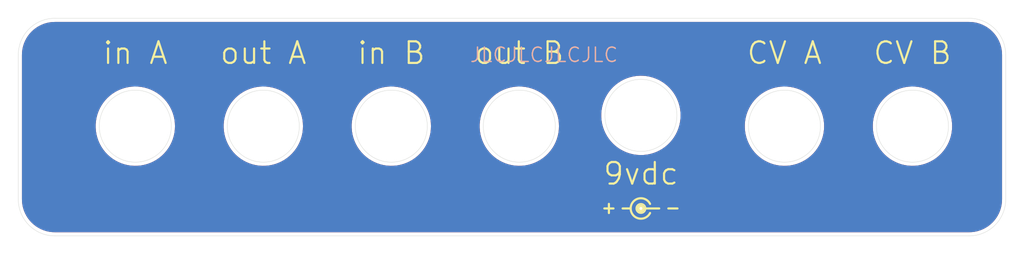
<source format=kicad_pcb>
(kicad_pcb (version 20211014) (generator pcbnew)
  (title_block (title "Stereo Whooshy Sound Jack Panel") (date "2022-07-11") (rev "0") (comment 1 "creativecommons.org/licenses/by/4.0/") (comment 2 "License: CC by 4.0") (comment 3 "Author: Jordan Aceto"))
  (layers (0 "F.Cu" signal "Top_layer") (31 "B.Cu" signal "Bottom_layer") (34 "B.Paste" user) (35 "F.Paste" user) (36 "B.SilkS" user "B.Silkscreen") (37 "F.SilkS" user "F.Silkscreen") (38 "B.Mask" user) (39 "F.Mask" user) (44 "Edge.Cuts" user))
  (net 0 "")
  (net 1 "GND")
  (footprint "TestPoint:TestPoint_Pad_D1.0mm" (layer "F.Cu") (at 159.131 107.95)
    (fp_text reference "TP1" hide)
    (fp_text value "TestPoint")
    (fp_circle (center 0 0) (end 0 0.7) (layer "F.SilkS") (width 0.12) (fill none))
    (pad "1" smd circle locked (at 0 0) (size 1 1) (layers "F.Cu" "F.Mask") (net 1 "GND"))
  )
  (gr_circle (center 159.131 107.95) (end 159.131 107.315) (layer "F.SilkS") (width 0.12) (fill none))
  (gr_line (start 154.686 107.315) (end 154.686 107.95) (layer "F.SilkS") (width 0.3))
  (gr_line (start 154.051 107.95) (end 154.686 107.95) (layer "F.SilkS") (width 0.3))
  (gr_circle (center 159.131 107.95) (end 159.1945 107.6325) (layer "F.SilkS") (width 0.12) (fill none))
  (gr_arc (start 160.401332 108.584332) (mid 157.711098 107.950373) (end 160.400999 107.315001) (layer "F.SilkS") (width 0.3))
  (gr_circle (center 159.131 107.95) (end 159.1945 107.5055) (layer "F.SilkS") (width 0.12) (fill none))
  (gr_circle (center 159.131 107.95) (end 159.131 107.7595) (layer "F.SilkS") (width 0.12) (fill none))
  (gr_circle (center 159.131 107.95) (end 159.004 107.442) (layer "F.SilkS") (width 0.12) (fill none))
  (gr_circle (center 159.131 107.95) (end 159.131 107.823) (layer "F.SilkS") (width 0.12) (fill none))
  (gr_line (start 156.591 107.95) (end 157.691 107.95) (layer "F.SilkS") (width 0.3))
  (gr_line (start 154.686 107.95) (end 155.321 107.95) (layer "F.SilkS") (width 0.3))
  (gr_circle (center 159.131 107.95) (end 159.1945 107.569) (layer "F.SilkS") (width 0.12) (fill none))
  (gr_circle (center 159.131 107.95) (end 159.131 107.8865) (layer "F.SilkS") (width 0.12) (fill none))
  (gr_circle (center 159.131 107.95) (end 159.131 107.696) (layer "F.SilkS") (width 0.12) (fill none))
  (gr_line (start 162.941 107.95) (end 164.211 107.95) (layer "F.SilkS") (width 0.3))
  (gr_line (start 154.686 108.585) (end 154.686 107.95) (layer "F.SilkS") (width 0.3))
  (gr_line (start 159.131 107.95) (end 161.671 107.95) (layer "F.SilkS") (width 0.3))
  (gr_line (start 77.724 81.534) (end 204.724 81.534) (layer "Edge.Cuts") (width 0.05))
  (gr_arc (start 204.724 81.534) (mid 208.316102 83.021898) (end 209.804 86.614) (layer "Edge.Cuts") (width 0.05))
  (gr_arc (start 77.724 111.76) (mid 74.131898 110.272102) (end 72.644 106.68) (layer "Edge.Cuts") (width 0.05))
  (gr_circle (center 179.07 96.52) (end 184.07 96.52) (layer "Edge.Cuts") (width 0.05) (fill none))
  (gr_circle (center 159.131 95.0214) (end 164.131 95.0214) (layer "Edge.Cuts") (width 0.05) (fill none))
  (gr_line (start 72.644 106.68) (end 72.644 86.614) (layer "Edge.Cuts") (width 0.05))
  (gr_circle (center 88.9 96.52) (end 93.9 96.52) (layer "Edge.Cuts") (width 0.05) (fill none))
  (gr_line (start 209.804 86.614) (end 209.804 106.68) (layer "Edge.Cuts") (width 0.05))
  (gr_arc (start 72.644 86.614) (mid 74.131898 83.021898) (end 77.724 81.534) (layer "Edge.Cuts") (width 0.05))
  (gr_line (start 204.724 111.76) (end 77.724 111.76) (layer "Edge.Cuts") (width 0.05))
  (gr_arc (start 209.804 106.68) (mid 208.316102 110.272102) (end 204.724 111.76) (layer "Edge.Cuts") (width 0.05))
  (gr_circle (center 196.85 96.52) (end 201.85 96.52) (layer "Edge.Cuts") (width 0.05) (fill none))
  (gr_circle (center 106.68 96.52) (end 111.68 96.52) (layer "Edge.Cuts") (width 0.05) (fill none))
  (gr_circle (center 142.24 96.52) (end 147.24 96.52) (layer "Edge.Cuts") (width 0.05) (fill none))
  (gr_circle (center 124.46 96.52) (end 129.46 96.52) (layer "Edge.Cuts") (width 0.05) (fill none))
  (gr_text "JLCJLCJLCJLC" (at 145.669 86.614) (layer "B.SilkS") (effects (font (size 2 2) (thickness 0.2))))
  (gr_text "out A" (at 106.68 86.36) (layer "F.SilkS") (effects (font (size 3 3) (thickness 0.3))))
  (gr_text "9vdc" (at 159.131 103.124) (layer "F.SilkS") (effects (font (size 3 3) (thickness 0.3))))
  (gr_text "out B" (at 142.24 86.36) (layer "F.SilkS") (effects (font (size 3 3) (thickness 0.3))))
  (gr_text "CV A" (at 179.07 86.36) (layer "F.SilkS") (effects (font (size 3 3) (thickness 0.3))))
  (gr_text "in A" (at 88.9 86.36) (layer "F.SilkS") (effects (font (size 3 3) (thickness 0.3))))
  (gr_text "in B" (at 124.46 86.36) (layer "F.SilkS") (effects (font (size 3 3) (thickness 0.3))))
  (gr_text "CV B" (at 196.85 86.36) (layer "F.SilkS") (effects (font (size 3 3) (thickness 0.3))))
  (via (at 159.131 107.95) (size 0.8) (drill 0.4) (layers "F.Cu" "B.Cu") (net 1))
  (zone (net 1) (net_name "GND") (layer "F.Cu") (connect_pads (clearance 0.508)) (min_thickness 0.254) (fill yes (thermal_gap 0.508) (thermal_bridge_width 0.508))
    (polygon (pts (xy 211.074 113.284) (xy 71.374 113.284) (xy 71.374 80.264) (xy 211.074 80.264)))
  )
  (zone (net 1) (net_name "GND") (layer "B.Cu") (connect_pads (clearance 0.508)) (min_thickness 0.254) (fill yes (thermal_gap 0.508) (thermal_bridge_width 0.508))
    (polygon (pts (xy 212.344 114.554) (xy 70.104 114.554) (xy 70.104 78.994) (xy 212.344 78.994)))
  )
)
</source>
